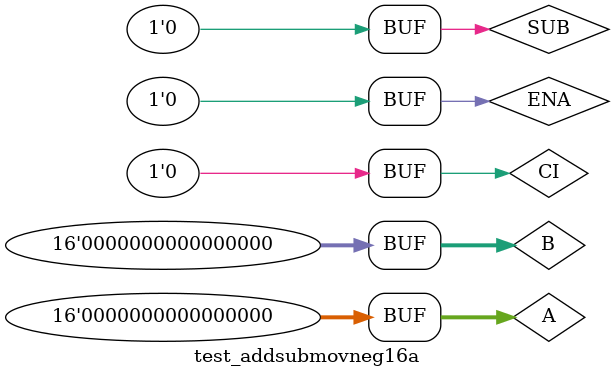
<source format=v>
`timescale 1ns / 1ps
module test_addsubmovneg16a;

	// Inputs
	reg SUB;
	reg ENA;
	reg [15:0] A;
	reg [15:0] B;
	reg CI;

	// Outputs
	wire CO;
	wire [15:0] Y;

	// Instantiate the Unit Under Test (UUT)
	addsubmovneg16a uut (
		.SUB(SUB), 
		.ENA(ENA), 
		.A(A), 
		.B(B), 
		.CI(CI), 
		.CO(CO), 
		.Y(Y)
	);

	initial begin
		// Initialize Inputs
		SUB = 0;
		ENA = 0;
		A = 0;
		B = 0;
		CI = 0;

		// Wait 100 ns for global reset to finish
		#100;
        
		// MOV
		#10 A = 6666; B = 3333; CI = 0; ENA = 0; SUB = 0;
		// MVN
		#10 A = 6666; B = 3333; CI = 1; ENA = 0; SUB = 1;
		// ADD
		#10 A = 6666; B = 3333; CI = 0; ENA = 1; SUB = 0;
		// SUB
		#10 A = 6666; B = 3333; CI = 1; ENA = 1; SUB = 1;
		// MOVC
		#10 A = 6666; B = 3333; CI = 1; ENA = 0; SUB = 0;
		// MVNC
		#10 A = 6666; B = 3333; CI = 0; ENA = 0; SUB = 1;
		// ADC
		#10 A = 6666; B = 3333; CI = 1; ENA = 1; SUB = 0;
		// SBC
		#10 A = 6666; B = 3333; CI = 0; ENA = 1; SUB = 1;
		// ADD
		#10 A = 65535; B = 0; CI = 0; ENA = 1; SUB = 0;
		// ADD
		#10 A = 65535; B = 1; CI = 0; ENA = 1; SUB = 0;
		// ADD
		#10 A = 65535; B = 0; CI = 1; ENA = 1; SUB = 0;
		// ADD
		#10 A = 65535; B = 1; CI = 1; ENA = 1; SUB = 0;
		// done
		#10 A = 0; B = 0; CI = 0; ENA = 0; SUB = 0;

	end
      
endmodule


</source>
